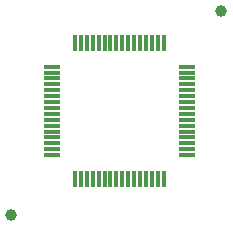
<source format=gtp>
G04*
G04 #@! TF.GenerationSoftware,Altium Limited,Altium Designer,21.1.1 (26)*
G04*
G04 Layer_Color=8421504*
%FSLAX25Y25*%
%MOIN*%
G70*
G04*
G04 #@! TF.SameCoordinates,803D71E2-4EB1-4650-8D60-E64228E98B9D*
G04*
G04*
G04 #@! TF.FilePolarity,Positive*
G04*
G01*
G75*
%ADD13C,0.03937*%
%ADD14R,0.05807X0.01181*%
%ADD15R,0.01181X0.05807*%
D13*
X270000Y113000D02*
D03*
X200000Y45000D02*
D03*
D14*
X213362Y94354D02*
D03*
Y92386D02*
D03*
Y90417D02*
D03*
Y88449D02*
D03*
Y86480D02*
D03*
Y84512D02*
D03*
Y82543D02*
D03*
Y80575D02*
D03*
Y78606D02*
D03*
Y76638D02*
D03*
Y74669D02*
D03*
Y72701D02*
D03*
Y70732D02*
D03*
Y68764D02*
D03*
Y66795D02*
D03*
Y64827D02*
D03*
X258543D02*
D03*
Y66795D02*
D03*
Y68764D02*
D03*
Y70732D02*
D03*
Y72701D02*
D03*
Y74669D02*
D03*
Y76638D02*
D03*
Y78606D02*
D03*
Y80575D02*
D03*
Y82543D02*
D03*
Y84512D02*
D03*
Y86480D02*
D03*
Y88449D02*
D03*
Y90417D02*
D03*
Y92386D02*
D03*
Y94354D02*
D03*
D15*
X221189Y57000D02*
D03*
X223158D02*
D03*
X225126D02*
D03*
X227095D02*
D03*
X229063D02*
D03*
X231031D02*
D03*
X233000D02*
D03*
X234968D02*
D03*
X236937D02*
D03*
X238906D02*
D03*
X240874D02*
D03*
X242843D02*
D03*
X244811D02*
D03*
X246779D02*
D03*
X248748D02*
D03*
X250716D02*
D03*
Y102181D02*
D03*
X248748D02*
D03*
X246779D02*
D03*
X244811D02*
D03*
X242843D02*
D03*
X240874D02*
D03*
X238906D02*
D03*
X236937D02*
D03*
X234968D02*
D03*
X233000D02*
D03*
X231031D02*
D03*
X229063D02*
D03*
X227095D02*
D03*
X225126D02*
D03*
X223158D02*
D03*
X221189D02*
D03*
M02*

</source>
